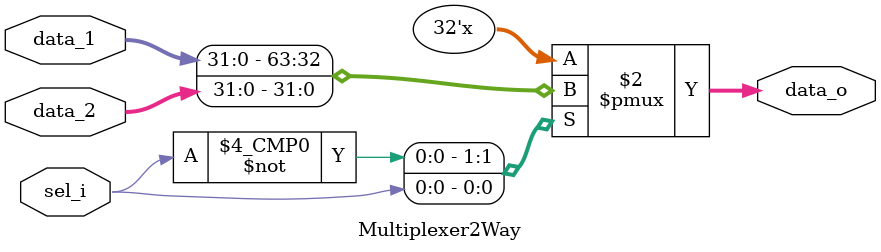
<source format=v>
module Multiplexer2Way #(parameter width=32) (
	input		[width-1:0]	data_1, data_2,
	input 					sel_i,
	output reg	[width-1:0]	data_o
);
	
	always @ (*)
	begin
		case (sel_i)
			1'b0	:	data_o = data_1;
			1'b1	:	data_o = data_2;
		endcase
	end

endmodule

</source>
